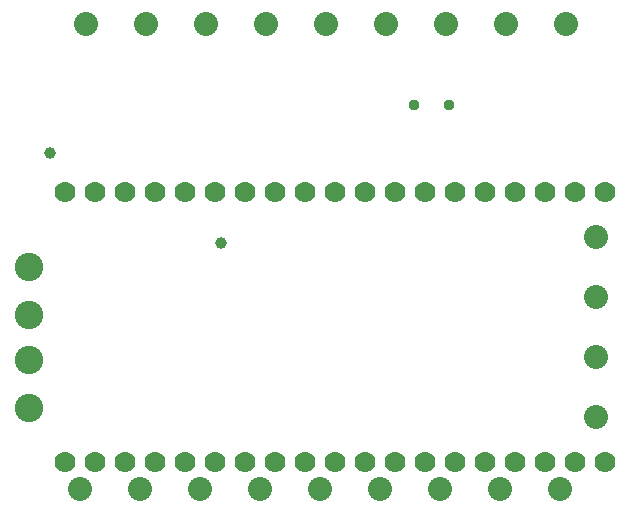
<source format=gbs>
G04 Generated by Ultiboard 12.0 *
%FSLAX25Y25*%
%MOIN*%

%ADD10C,0.00001*%
%ADD11C,0.03937*%
%ADD12C,0.09500*%
%ADD13C,0.08000*%
%ADD14C,0.07000*%
%ADD15C,0.03701*%


G04 ColorRGB 9900CC for the following layer *
%LNSolder Mask Bottom*%
%LPD*%
G54D10*
G54D11*
X15000Y118000D03*
X72000Y88000D03*
G54D12*
X8000Y64000D03*
X8000Y80000D03*
X8000Y49000D03*
X8000Y33000D03*
G54D13*
X25000Y6000D03*
X45000Y6000D03*
X65000Y6000D03*
X85000Y6000D03*
X105000Y6000D03*
X125000Y6000D03*
X145000Y6000D03*
X165000Y6000D03*
X185000Y6000D03*
X27000Y161000D03*
X47000Y161000D03*
X67000Y161000D03*
X87000Y161000D03*
X107000Y161000D03*
X127000Y161000D03*
X147000Y161000D03*
X167000Y161000D03*
X187000Y161000D03*
X197000Y30000D03*
X197000Y50000D03*
X197000Y70000D03*
X197000Y90000D03*
G54D14*
X200000Y105000D03*
X190000Y105000D03*
X180000Y105000D03*
X170000Y105000D03*
X160000Y105000D03*
X150000Y105000D03*
X140000Y105000D03*
X130000Y105000D03*
X120000Y105000D03*
X110000Y105000D03*
X100000Y105000D03*
X90000Y105000D03*
X80000Y105000D03*
X70000Y105000D03*
X60000Y105000D03*
X50000Y105000D03*
X40000Y105000D03*
X30000Y105000D03*
X20000Y105000D03*
X200000Y15000D03*
X190000Y15000D03*
X180000Y15000D03*
X170000Y15000D03*
X160000Y15000D03*
X150000Y15000D03*
X140000Y15000D03*
X130000Y15000D03*
X120000Y15000D03*
X110000Y15000D03*
X100000Y15000D03*
X90000Y15000D03*
X80000Y15000D03*
X70000Y15000D03*
X60000Y15000D03*
X50000Y15000D03*
X40000Y15000D03*
X30000Y15000D03*
X20000Y15000D03*
G54D15*
X147906Y134000D03*
X136094Y134000D03*

M00*

</source>
